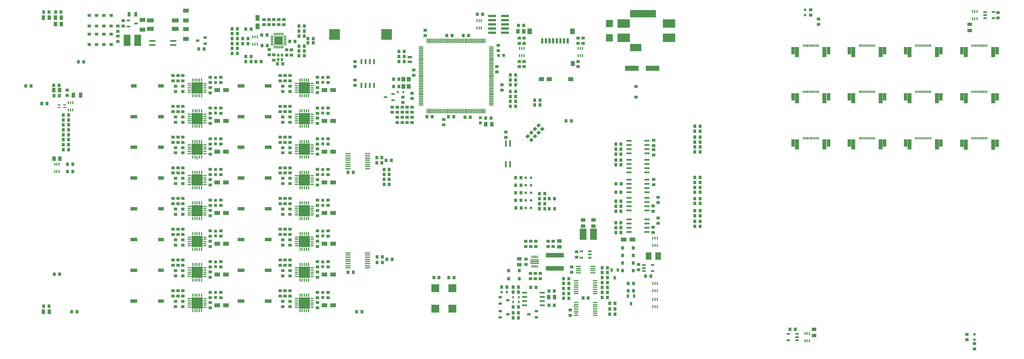
<source format=gtp>
G04*
G04 #@! TF.GenerationSoftware,Altium Limited,Altium Designer,24.8.2 (39)*
G04*
G04 Layer_Color=8421504*
%FSLAX25Y25*%
%MOIN*%
G70*
G04*
G04 #@! TF.SameCoordinates,C1053C66-5238-42FC-9F49-9D65F9AD5EA5*
G04*
G04*
G04 #@! TF.FilePolarity,Positive*
G04*
G01*
G75*
%ADD23R,0.03150X0.03543*%
%ADD24R,0.03347X0.01181*%
%ADD25R,0.01181X0.03347*%
%ADD26R,0.10236X0.10236*%
%ADD27R,0.03543X0.03937*%
%ADD28R,0.04528X0.05512*%
%ADD29R,0.03740X0.03937*%
%ADD30R,0.05315X0.01378*%
%ADD31R,0.01378X0.05315*%
%ADD32R,0.03937X0.03543*%
%ADD33R,0.21654X0.05709*%
%ADD34O,0.01181X0.03347*%
%ADD35O,0.10827X0.01181*%
%ADD36R,0.06102X0.02362*%
%ADD37R,0.05906X0.01772*%
%ADD38R,0.09449X0.02913*%
%ADD39R,0.04331X0.02362*%
%ADD40R,0.09646X0.09252*%
%ADD41R,0.04921X0.07087*%
%ADD42R,0.03740X0.05512*%
%ADD43R,0.03740X0.03740*%
%ADD44R,0.03937X0.03740*%
%ADD45R,0.04134X0.05512*%
%ADD46R,0.04252X0.03622*%
%ADD47R,0.03543X0.01575*%
%ADD48R,0.07284X0.02362*%
%ADD49R,0.08465X0.09055*%
%ADD50R,0.07874X0.04724*%
%ADD51R,0.03150X0.03150*%
%ADD52R,0.04134X0.02362*%
%ADD53R,0.04134X0.02559*%
%ADD54R,0.01575X0.03740*%
%ADD55R,0.05512X0.02953*%
%ADD56R,0.07087X0.04921*%
%ADD57R,0.07087X0.04528*%
%ADD58R,0.12500X0.12500*%
%ADD59R,0.03937X0.05906*%
%ADD60R,0.04528X0.05906*%
%ADD61R,0.05906X0.04528*%
%ADD62R,0.05512X0.06693*%
%ADD63R,0.03150X0.05906*%
%ADD64R,0.03937X0.03740*%
%ADD65R,0.07874X0.13780*%
%ADD66R,0.05512X0.04134*%
%ADD67R,0.05709X0.01772*%
%ADD68R,0.16339X0.06299*%
%ADD69R,0.02362X0.03150*%
%ADD70R,0.03622X0.04252*%
%ADD71R,0.13386X0.09055*%
%ADD72R,0.14961X0.09843*%
%ADD73R,0.31102X0.09055*%
%ADD74R,0.02559X0.04134*%
%ADD75R,0.07087X0.08858*%
%ADD76R,0.03937X0.03347*%
%ADD77R,0.07087X0.04331*%
%ADD78R,0.08465X0.04331*%
%ADD79R,0.13189X0.13189*%
%ADD80O,0.04134X0.01378*%
%ADD81O,0.01378X0.04134*%
%ADD82R,0.02362X0.06299*%
%ADD83R,0.02362X0.07284*%
%ADD84R,0.03150X0.03150*%
%ADD85R,0.04331X0.08661*%
%ADD86R,0.05118X0.12008*%
%ADD87R,0.01181X0.03150*%
G04:AMPARAMS|DCode=88|XSize=35.43mil|YSize=39.37mil|CornerRadius=0mil|HoleSize=0mil|Usage=FLASHONLY|Rotation=135.000|XOffset=0mil|YOffset=0mil|HoleType=Round|Shape=Rectangle|*
%AMROTATEDRECTD88*
4,1,4,0.02645,0.00139,-0.00139,-0.02645,-0.02645,-0.00139,0.00139,0.02645,0.02645,0.00139,0.0*
%
%ADD88ROTATEDRECTD88*%

%ADD89R,0.03740X0.03740*%
%ADD90R,0.03347X0.03937*%
%ADD91R,0.03740X0.03937*%
D23*
X295079Y305512D02*
D03*
Y300000D02*
D03*
X299410Y305512D02*
D03*
Y300000D02*
D03*
D24*
X287520Y317717D02*
D03*
Y319685D02*
D03*
Y321654D02*
D03*
Y323622D02*
D03*
Y325590D02*
D03*
Y327559D02*
D03*
X302874D02*
D03*
Y325590D02*
D03*
Y323622D02*
D03*
Y321654D02*
D03*
Y319685D02*
D03*
Y317717D02*
D03*
D25*
X290276Y330315D02*
D03*
X292244D02*
D03*
X294213Y330315D02*
D03*
X296181D02*
D03*
X298150D02*
D03*
X300118D02*
D03*
Y314961D02*
D03*
X298150D02*
D03*
X296181D02*
D03*
X294213D02*
D03*
X292244D02*
D03*
X290276D02*
D03*
D26*
X295197Y322638D02*
D03*
D27*
X394488Y-197D02*
D03*
X388189D02*
D03*
X48819Y-197D02*
D03*
X55118D02*
D03*
X15669Y6496D02*
D03*
X21969D02*
D03*
X29842Y356693D02*
D03*
X36142D02*
D03*
X567244Y28937D02*
D03*
X560945D02*
D03*
X574724D02*
D03*
X581024D02*
D03*
X689685Y2953D02*
D03*
X695984D02*
D03*
X689685Y-3347D02*
D03*
X695984D02*
D03*
X797165Y128543D02*
D03*
X797165Y134449D02*
D03*
X790866Y214764D02*
D03*
X797165D02*
D03*
X574724Y-1772D02*
D03*
X581024D02*
D03*
X686929Y46260D02*
D03*
X680630D02*
D03*
X686929Y52165D02*
D03*
X680630D02*
D03*
X790866Y113976D02*
D03*
X790866Y119882D02*
D03*
X256221Y297835D02*
D03*
X262520D02*
D03*
X256221Y303740D02*
D03*
X262520D02*
D03*
X258976Y325000D02*
D03*
X252677D02*
D03*
X240079Y307283D02*
D03*
X246378D02*
D03*
X711732Y24606D02*
D03*
X718032D02*
D03*
X240079Y336811D02*
D03*
X246378D02*
D03*
X797165Y113976D02*
D03*
X797165Y119882D02*
D03*
X790866Y220669D02*
D03*
X797165Y153740D02*
D03*
X797165Y159646D02*
D03*
X790866D02*
D03*
X617638Y122441D02*
D03*
X623937D02*
D03*
X605827D02*
D03*
X612126D02*
D03*
X583779Y159252D02*
D03*
X577480D02*
D03*
X583779Y150197D02*
D03*
X577480D02*
D03*
X605827Y134252D02*
D03*
X612126D02*
D03*
X617638D02*
D03*
X623937D02*
D03*
X577480Y141339D02*
D03*
X583779D02*
D03*
X577480Y132283D02*
D03*
X583779D02*
D03*
X577874Y123228D02*
D03*
X584173D02*
D03*
X427087Y169095D02*
D03*
X420787D02*
D03*
X427087Y151378D02*
D03*
X420787D02*
D03*
X427087Y157283D02*
D03*
X420787D02*
D03*
X427087Y163189D02*
D03*
X420787D02*
D03*
X606614Y251772D02*
D03*
X600315D02*
D03*
X606614Y245866D02*
D03*
X600315D02*
D03*
X412126Y176969D02*
D03*
X418425D02*
D03*
X423150Y180118D02*
D03*
X429449D02*
D03*
X412126Y183268D02*
D03*
X418425D02*
D03*
X538110Y354134D02*
D03*
X531811D02*
D03*
X325905Y334055D02*
D03*
X319606D02*
D03*
X336535Y319882D02*
D03*
X330236D02*
D03*
X325905Y315945D02*
D03*
X319606D02*
D03*
X686929Y40354D02*
D03*
X680630D02*
D03*
X571181Y281693D02*
D03*
X577480D02*
D03*
X797165Y141929D02*
D03*
X790866D02*
D03*
X577480Y269882D02*
D03*
X571181D02*
D03*
X246378Y330906D02*
D03*
X240079D02*
D03*
X246378Y325000D02*
D03*
X240079D02*
D03*
X797165Y101378D02*
D03*
X790866D02*
D03*
X418819Y58465D02*
D03*
X412520D02*
D03*
X797165Y207677D02*
D03*
X790866D02*
D03*
X430630Y62008D02*
D03*
X424331D02*
D03*
X34567Y44291D02*
D03*
X28268D02*
D03*
X790866Y128543D02*
D03*
X797165Y201772D02*
D03*
X790866D02*
D03*
X797165Y195866D02*
D03*
X790866D02*
D03*
X644016Y226969D02*
D03*
X637716D02*
D03*
X797165Y107283D02*
D03*
X790866D02*
D03*
X33779Y269488D02*
D03*
X27480D02*
D03*
X790866Y134449D02*
D03*
X797165Y220669D02*
D03*
X790866Y153740D02*
D03*
X797165Y189961D02*
D03*
X790866D02*
D03*
X252677Y319094D02*
D03*
X258976D02*
D03*
X797165Y147835D02*
D03*
X790866D02*
D03*
X418819Y64961D02*
D03*
X412520D02*
D03*
X246378Y313189D02*
D03*
X240079D02*
D03*
X246378Y319094D02*
D03*
X240079D02*
D03*
X281811Y316732D02*
D03*
X275512D02*
D03*
X709Y268701D02*
D03*
X-5591D02*
D03*
X19606Y247835D02*
D03*
X13307D02*
D03*
X640866Y33268D02*
D03*
X634567D02*
D03*
X640866Y15551D02*
D03*
X634567D02*
D03*
X581024Y-7677D02*
D03*
X574724D02*
D03*
X581024Y5315D02*
D03*
X574724D02*
D03*
X686929Y22638D02*
D03*
X680630D02*
D03*
X686929Y16732D02*
D03*
X680630D02*
D03*
X640866Y21457D02*
D03*
X634567D02*
D03*
X640866Y39173D02*
D03*
X634567D02*
D03*
X686929Y34449D02*
D03*
X680630D02*
D03*
X623543Y24213D02*
D03*
X617244D02*
D03*
X686929Y28543D02*
D03*
X680630D02*
D03*
X640866Y27362D02*
D03*
X634567D02*
D03*
X718032Y33268D02*
D03*
X711732D02*
D03*
X695984Y9646D02*
D03*
X689685D02*
D03*
X206614Y312795D02*
D03*
X200315D02*
D03*
X325905Y339961D02*
D03*
X319606D02*
D03*
X319606Y304823D02*
D03*
X325905D02*
D03*
X577480Y244291D02*
D03*
X571181D02*
D03*
X577480Y250197D02*
D03*
X571181D02*
D03*
X325905Y328150D02*
D03*
X319606D02*
D03*
X274724Y297835D02*
D03*
X268425D02*
D03*
X50315Y166732D02*
D03*
X44016D02*
D03*
X45197Y198622D02*
D03*
X38898D02*
D03*
X325905Y310433D02*
D03*
X319606D02*
D03*
X336535Y325000D02*
D03*
X330236D02*
D03*
X45197Y204528D02*
D03*
X38898D02*
D03*
X45197Y234055D02*
D03*
X38898D02*
D03*
X45197Y216339D02*
D03*
X38898D02*
D03*
X45197Y210433D02*
D03*
X38898D02*
D03*
X45197Y222244D02*
D03*
X38898D02*
D03*
X45197Y228150D02*
D03*
X38898D02*
D03*
X45197Y192717D02*
D03*
X38898D02*
D03*
X703071Y105709D02*
D03*
X696772D02*
D03*
X703071Y99803D02*
D03*
X696772D02*
D03*
X21969Y356693D02*
D03*
X15669D02*
D03*
X703071Y125394D02*
D03*
X696772D02*
D03*
X703071Y174606D02*
D03*
X696772D02*
D03*
X703071Y193504D02*
D03*
X696772D02*
D03*
X703071Y131299D02*
D03*
X696772D02*
D03*
X703071Y199409D02*
D03*
X696772D02*
D03*
X703209Y151909D02*
D03*
X696909D02*
D03*
X486437Y40256D02*
D03*
X480138D02*
D03*
X577480Y262008D02*
D03*
X571181D02*
D03*
X577480Y256102D02*
D03*
X571181D02*
D03*
X50315Y175394D02*
D03*
X44016D02*
D03*
D28*
X444016Y276575D02*
D03*
Y267913D02*
D03*
X450315D02*
D03*
Y276575D02*
D03*
D29*
X438504Y267913D02*
D03*
X432205D02*
D03*
X732205Y41929D02*
D03*
X738504D02*
D03*
X574724Y23031D02*
D03*
X581024D02*
D03*
X256221Y336417D02*
D03*
X262520D02*
D03*
X904252Y-21457D02*
D03*
X910551D02*
D03*
X438504Y276575D02*
D03*
X432205D02*
D03*
X300315Y295079D02*
D03*
X294016D02*
D03*
X612126Y128347D02*
D03*
X605827D02*
D03*
X612126Y140354D02*
D03*
X605827D02*
D03*
X384173Y46654D02*
D03*
X377874D02*
D03*
X664094Y15945D02*
D03*
X657795D02*
D03*
X623543Y7283D02*
D03*
X617244D02*
D03*
X63209Y297441D02*
D03*
X56909D02*
D03*
X595590Y28543D02*
D03*
X601890D02*
D03*
X444803Y303740D02*
D03*
X438504D02*
D03*
X471969Y232087D02*
D03*
X478268D02*
D03*
X444803Y297835D02*
D03*
X438504D02*
D03*
X587323Y340748D02*
D03*
X581024D02*
D03*
X703071Y119488D02*
D03*
X696772D02*
D03*
X703071Y141929D02*
D03*
X696772D02*
D03*
X703071Y180512D02*
D03*
X696772D02*
D03*
X703071Y187205D02*
D03*
X696772D02*
D03*
X314784Y321654D02*
D03*
X308484D02*
D03*
X438504Y309646D02*
D03*
X444803D02*
D03*
X548347Y230512D02*
D03*
X542047D02*
D03*
X517244Y231299D02*
D03*
X523543D02*
D03*
X275413Y329331D02*
D03*
X281713D02*
D03*
X703071Y93898D02*
D03*
X696772D02*
D03*
X521575Y328543D02*
D03*
X515276D02*
D03*
X501890D02*
D03*
X495590D02*
D03*
X497559Y232087D02*
D03*
X503858D02*
D03*
X384173Y165551D02*
D03*
X377874D02*
D03*
D30*
X464783Y314961D02*
D03*
Y312992D02*
D03*
Y311024D02*
D03*
Y309055D02*
D03*
Y307087D02*
D03*
Y305118D02*
D03*
Y303150D02*
D03*
Y301181D02*
D03*
Y299213D02*
D03*
Y297244D02*
D03*
Y295276D02*
D03*
Y293307D02*
D03*
Y291339D02*
D03*
Y289370D02*
D03*
Y287402D02*
D03*
Y285433D02*
D03*
Y283465D02*
D03*
Y281496D02*
D03*
Y279528D02*
D03*
Y277559D02*
D03*
Y275591D02*
D03*
Y273622D02*
D03*
Y271654D02*
D03*
Y269685D02*
D03*
Y267717D02*
D03*
Y265748D02*
D03*
Y263779D02*
D03*
Y261811D02*
D03*
Y259842D02*
D03*
Y257874D02*
D03*
Y255906D02*
D03*
Y253937D02*
D03*
Y251969D02*
D03*
Y250000D02*
D03*
Y248031D02*
D03*
Y246063D02*
D03*
X548445D02*
D03*
Y248031D02*
D03*
Y250000D02*
D03*
Y251969D02*
D03*
Y253937D02*
D03*
Y255906D02*
D03*
Y257874D02*
D03*
Y259842D02*
D03*
Y261811D02*
D03*
Y263779D02*
D03*
Y265748D02*
D03*
Y267717D02*
D03*
Y269685D02*
D03*
Y271654D02*
D03*
Y273622D02*
D03*
Y275591D02*
D03*
Y277559D02*
D03*
Y279528D02*
D03*
Y281496D02*
D03*
Y283465D02*
D03*
Y285433D02*
D03*
Y287402D02*
D03*
Y289370D02*
D03*
Y291339D02*
D03*
Y293307D02*
D03*
Y295276D02*
D03*
Y297244D02*
D03*
Y299213D02*
D03*
Y301181D02*
D03*
Y303150D02*
D03*
Y305118D02*
D03*
Y307087D02*
D03*
Y309055D02*
D03*
Y311024D02*
D03*
Y312992D02*
D03*
Y314961D02*
D03*
D31*
X472165Y238681D02*
D03*
X474134D02*
D03*
X476102D02*
D03*
X478071D02*
D03*
X480039D02*
D03*
X482008D02*
D03*
X483976D02*
D03*
X485945D02*
D03*
X487913D02*
D03*
X489882D02*
D03*
X491850D02*
D03*
X493819D02*
D03*
X495787D02*
D03*
X497756D02*
D03*
X499724D02*
D03*
X501693D02*
D03*
X503661D02*
D03*
X505630D02*
D03*
X507598D02*
D03*
X509567D02*
D03*
X511535D02*
D03*
X513504D02*
D03*
X515472D02*
D03*
X517441D02*
D03*
X519409D02*
D03*
X521378D02*
D03*
X523346D02*
D03*
X525315D02*
D03*
X527283D02*
D03*
X529252D02*
D03*
X531220D02*
D03*
X533189D02*
D03*
X535157D02*
D03*
X537126D02*
D03*
X539094D02*
D03*
X541063D02*
D03*
Y322342D02*
D03*
X539094D02*
D03*
X537126D02*
D03*
X535157D02*
D03*
X533189D02*
D03*
X531220D02*
D03*
X529252D02*
D03*
X527283D02*
D03*
X525315D02*
D03*
X523346D02*
D03*
X521378D02*
D03*
X519409D02*
D03*
X517441D02*
D03*
X515472D02*
D03*
X513504D02*
D03*
X511535D02*
D03*
X509567D02*
D03*
X507598D02*
D03*
X505630D02*
D03*
X503661D02*
D03*
X501693D02*
D03*
X499724D02*
D03*
X497756D02*
D03*
X495787D02*
D03*
X493819D02*
D03*
X491850D02*
D03*
X489882D02*
D03*
X487913D02*
D03*
X485945D02*
D03*
X483976D02*
D03*
X482008D02*
D03*
X480039D02*
D03*
X478071D02*
D03*
X476102D02*
D03*
X474134D02*
D03*
X472165D02*
D03*
D32*
X601496Y77363D02*
D03*
Y83662D02*
D03*
X436535Y225000D02*
D03*
Y231299D02*
D03*
X181417Y164862D02*
D03*
Y171161D02*
D03*
X172756Y152264D02*
D03*
Y158563D02*
D03*
X742047Y157283D02*
D03*
Y150984D02*
D03*
Y186417D02*
D03*
Y192717D02*
D03*
X103858Y321850D02*
D03*
Y328150D02*
D03*
X651890Y297835D02*
D03*
Y291535D02*
D03*
X747165Y136024D02*
D03*
Y129724D02*
D03*
Y104921D02*
D03*
Y111221D02*
D03*
X741260Y93898D02*
D03*
Y100197D02*
D03*
Y119488D02*
D03*
Y125787D02*
D03*
X1123937Y-38386D02*
D03*
Y-44685D02*
D03*
X1114782Y-33660D02*
D03*
Y-27361D02*
D03*
X938209Y341929D02*
D03*
Y348228D02*
D03*
X929053Y359253D02*
D03*
Y352954D02*
D03*
X566063Y213583D02*
D03*
Y207283D02*
D03*
X581811Y297835D02*
D03*
Y291535D02*
D03*
X587716D02*
D03*
Y297835D02*
D03*
X651890Y325787D02*
D03*
Y319488D02*
D03*
X657795Y325787D02*
D03*
Y319488D02*
D03*
X587716Y325787D02*
D03*
Y319488D02*
D03*
X581811Y325787D02*
D03*
Y319488D02*
D03*
X386142Y275787D02*
D03*
Y269488D02*
D03*
X181417Y244390D02*
D03*
Y238090D02*
D03*
Y207776D02*
D03*
Y201476D02*
D03*
X303071Y281004D02*
D03*
Y274705D02*
D03*
X308976Y244390D02*
D03*
Y238091D02*
D03*
X172756Y195177D02*
D03*
Y188878D02*
D03*
X303071Y207776D02*
D03*
Y201476D02*
D03*
X300315Y231791D02*
D03*
Y225492D02*
D03*
X172756Y231791D02*
D03*
Y225492D02*
D03*
X181417Y24705D02*
D03*
Y18406D02*
D03*
Y280906D02*
D03*
Y274606D02*
D03*
X308976Y171161D02*
D03*
Y164862D02*
D03*
X303071Y171161D02*
D03*
Y164862D02*
D03*
X308976Y281004D02*
D03*
Y274705D02*
D03*
X172756Y268307D02*
D03*
Y262008D02*
D03*
X300315Y195177D02*
D03*
Y188878D02*
D03*
X172756Y12106D02*
D03*
Y5807D02*
D03*
X303071Y244390D02*
D03*
Y238091D02*
D03*
X175512Y207776D02*
D03*
Y201476D02*
D03*
X300315Y158563D02*
D03*
Y152264D02*
D03*
X595591Y83662D02*
D03*
Y77363D02*
D03*
X175512Y280906D02*
D03*
Y274606D02*
D03*
X175512Y244390D02*
D03*
Y238090D02*
D03*
X443228Y255315D02*
D03*
Y249016D02*
D03*
X300315Y268406D02*
D03*
Y262106D02*
D03*
X308976Y207776D02*
D03*
Y201476D02*
D03*
X295590Y347835D02*
D03*
Y341535D02*
D03*
X589685Y83661D02*
D03*
Y77362D02*
D03*
X742047Y204134D02*
D03*
Y197835D02*
D03*
X175512Y61319D02*
D03*
Y55020D02*
D03*
X181417Y61319D02*
D03*
Y55020D02*
D03*
X172756Y48720D02*
D03*
Y42421D02*
D03*
X175512Y97933D02*
D03*
Y91634D02*
D03*
X181417Y97933D02*
D03*
Y91634D02*
D03*
X172756Y85335D02*
D03*
Y79035D02*
D03*
X175512Y134547D02*
D03*
Y128248D02*
D03*
X607008Y45473D02*
D03*
Y39173D02*
D03*
X595197Y45472D02*
D03*
Y39173D02*
D03*
X175512Y171161D02*
D03*
Y164862D02*
D03*
X110157Y346261D02*
D03*
Y339962D02*
D03*
X303071Y134547D02*
D03*
Y128248D02*
D03*
X300315Y121949D02*
D03*
Y115650D02*
D03*
X308976Y134547D02*
D03*
Y128248D02*
D03*
Y97933D02*
D03*
Y91634D02*
D03*
X300315Y85335D02*
D03*
Y79035D02*
D03*
X303071Y97933D02*
D03*
Y91634D02*
D03*
X172756Y121949D02*
D03*
Y115650D02*
D03*
X181417Y134547D02*
D03*
Y128248D02*
D03*
X301496Y347835D02*
D03*
Y341535D02*
D03*
X492047Y228543D02*
D03*
Y222244D02*
D03*
X175512Y24705D02*
D03*
Y18406D02*
D03*
X300315Y48720D02*
D03*
Y42421D02*
D03*
X308976Y61319D02*
D03*
Y55020D02*
D03*
Y24705D02*
D03*
Y18406D02*
D03*
X300315Y12106D02*
D03*
Y5807D02*
D03*
X303071Y24705D02*
D03*
Y18406D02*
D03*
Y61319D02*
D03*
Y55020D02*
D03*
X289685Y347835D02*
D03*
Y341535D02*
D03*
D33*
X624331Y67126D02*
D03*
Y51378D02*
D03*
D34*
X603268Y64961D02*
D03*
X601299D02*
D03*
X603268Y53544D02*
D03*
X601299D02*
D03*
X599331Y64961D02*
D03*
X597362D02*
D03*
X599331Y53544D02*
D03*
X597362D02*
D03*
D35*
X600315Y61221D02*
D03*
Y57284D02*
D03*
Y59252D02*
D03*
D36*
X712520Y94665D02*
D03*
Y99665D02*
D03*
Y109665D02*
D03*
Y104665D02*
D03*
X733779Y99665D02*
D03*
Y94665D02*
D03*
Y109665D02*
D03*
Y104665D02*
D03*
Y130256D02*
D03*
Y135256D02*
D03*
Y120256D02*
D03*
Y125256D02*
D03*
X712520Y130256D02*
D03*
Y135256D02*
D03*
Y125256D02*
D03*
Y120256D02*
D03*
X733779Y151909D02*
D03*
Y156909D02*
D03*
Y141909D02*
D03*
Y146909D02*
D03*
X712520Y141909D02*
D03*
Y151909D02*
D03*
Y156909D02*
D03*
Y146909D02*
D03*
X733779Y180532D02*
D03*
Y170531D02*
D03*
Y175531D02*
D03*
Y165532D02*
D03*
X712520Y170531D02*
D03*
Y180532D02*
D03*
Y175531D02*
D03*
Y165532D02*
D03*
X733779Y198366D02*
D03*
Y203366D02*
D03*
Y188366D02*
D03*
Y193366D02*
D03*
X712520Y198366D02*
D03*
Y203366D02*
D03*
Y193366D02*
D03*
Y188366D02*
D03*
X609370Y7264D02*
D03*
Y12264D02*
D03*
Y17264D02*
D03*
Y22264D02*
D03*
X588110Y7264D02*
D03*
Y12264D02*
D03*
Y17264D02*
D03*
Y22264D02*
D03*
D37*
X401201Y51870D02*
D03*
Y54429D02*
D03*
Y56988D02*
D03*
Y59547D02*
D03*
Y62106D02*
D03*
Y64665D02*
D03*
Y67224D02*
D03*
Y69784D02*
D03*
X377972D02*
D03*
Y67224D02*
D03*
Y64665D02*
D03*
Y62106D02*
D03*
Y59547D02*
D03*
Y56988D02*
D03*
Y54429D02*
D03*
Y51870D02*
D03*
X652283Y48524D02*
D03*
Y45965D02*
D03*
Y53642D02*
D03*
Y51083D02*
D03*
X669606Y45965D02*
D03*
Y53642D02*
D03*
Y48524D02*
D03*
Y51083D02*
D03*
X378071Y169980D02*
D03*
Y172539D02*
D03*
Y175098D02*
D03*
Y177657D02*
D03*
Y180217D02*
D03*
Y182776D02*
D03*
Y185335D02*
D03*
Y187894D02*
D03*
X401299D02*
D03*
Y185335D02*
D03*
Y182776D02*
D03*
Y180217D02*
D03*
Y177657D02*
D03*
Y175098D02*
D03*
Y172539D02*
D03*
Y169980D02*
D03*
D38*
X549724Y331929D02*
D03*
Y336929D02*
D03*
Y341929D02*
D03*
Y346929D02*
D03*
Y351929D02*
D03*
X565079Y331929D02*
D03*
Y336929D02*
D03*
Y341929D02*
D03*
Y346929D02*
D03*
Y351929D02*
D03*
D39*
X655827Y64173D02*
D03*
Y71653D02*
D03*
X666063Y64173D02*
D03*
Y71653D02*
D03*
Y67913D02*
D03*
X730236Y51772D02*
D03*
Y48031D02*
D03*
Y55512D02*
D03*
X740472Y48031D02*
D03*
Y55512D02*
D03*
X902283Y-34252D02*
D03*
Y-26772D02*
D03*
X912520D02*
D03*
Y-30512D02*
D03*
Y-34252D02*
D03*
X1146770Y356694D02*
D03*
Y349214D02*
D03*
X1136534D02*
D03*
Y352954D02*
D03*
Y356694D02*
D03*
D40*
X502283Y3347D02*
D03*
Y27756D02*
D03*
X481811D02*
D03*
Y3347D02*
D03*
D41*
X270394Y339567D02*
D03*
Y349803D02*
D03*
D42*
X117244Y354134D02*
D03*
X125118D02*
D03*
D43*
X535748Y224803D02*
D03*
Y230709D02*
D03*
X220394Y163091D02*
D03*
Y168996D02*
D03*
Y132382D02*
D03*
Y126476D02*
D03*
Y205610D02*
D03*
Y199705D02*
D03*
X347953Y205610D02*
D03*
Y199705D02*
D03*
X220394Y242224D02*
D03*
Y236319D02*
D03*
X347953Y242224D02*
D03*
Y236319D02*
D03*
X220394Y278740D02*
D03*
Y272835D02*
D03*
Y22539D02*
D03*
Y16634D02*
D03*
X347953Y132382D02*
D03*
Y126476D02*
D03*
Y59153D02*
D03*
Y53248D02*
D03*
X347953Y168996D02*
D03*
Y163091D02*
D03*
X347953Y22539D02*
D03*
Y16634D02*
D03*
Y278839D02*
D03*
Y272933D02*
D03*
Y95768D02*
D03*
Y89862D02*
D03*
X220394Y95768D02*
D03*
Y89862D02*
D03*
X220394Y59153D02*
D03*
Y53248D02*
D03*
D44*
X310551Y305315D02*
D03*
Y311614D02*
D03*
X1151890Y356102D02*
D03*
Y349803D02*
D03*
X642441Y-4528D02*
D03*
Y1772D02*
D03*
X723937Y56102D02*
D03*
Y49803D02*
D03*
X454252Y225000D02*
D03*
Y231299D02*
D03*
Y237205D02*
D03*
Y243504D02*
D03*
X448347Y225000D02*
D03*
Y231299D02*
D03*
Y237205D02*
D03*
Y243504D02*
D03*
X430630D02*
D03*
Y237205D02*
D03*
X436535Y243504D02*
D03*
Y237205D02*
D03*
X289685Y299409D02*
D03*
Y305709D02*
D03*
X386142Y291535D02*
D03*
Y297835D02*
D03*
X277874Y347835D02*
D03*
Y341535D02*
D03*
X181417Y85335D02*
D03*
Y79035D02*
D03*
X181417Y48720D02*
D03*
Y42421D02*
D03*
Y121949D02*
D03*
Y115650D02*
D03*
X284173Y312008D02*
D03*
Y305709D02*
D03*
X214094Y95965D02*
D03*
Y89665D02*
D03*
Y83760D02*
D03*
Y77461D02*
D03*
X214094Y47146D02*
D03*
Y40846D02*
D03*
Y59350D02*
D03*
Y53051D02*
D03*
X181417Y195177D02*
D03*
Y188878D02*
D03*
X214094Y193602D02*
D03*
Y187303D02*
D03*
X308976Y195177D02*
D03*
Y188878D02*
D03*
X341653Y95965D02*
D03*
Y89665D02*
D03*
Y193602D02*
D03*
Y187303D02*
D03*
Y120374D02*
D03*
Y114075D02*
D03*
Y132579D02*
D03*
Y126279D02*
D03*
X214094Y132579D02*
D03*
Y126279D02*
D03*
X341653Y83760D02*
D03*
Y77461D02*
D03*
X308976Y121949D02*
D03*
Y115650D02*
D03*
X341653Y156988D02*
D03*
Y150689D02*
D03*
X308976Y158563D02*
D03*
Y152264D02*
D03*
X308976Y85335D02*
D03*
Y79035D02*
D03*
X214094Y120374D02*
D03*
Y114075D02*
D03*
X590079Y62402D02*
D03*
Y56103D02*
D03*
X622231Y83661D02*
D03*
Y77362D02*
D03*
X616325Y83661D02*
D03*
Y77362D02*
D03*
X601103Y45473D02*
D03*
Y39173D02*
D03*
X214094Y156988D02*
D03*
Y150689D02*
D03*
Y169193D02*
D03*
Y162894D02*
D03*
X181417Y158563D02*
D03*
Y152264D02*
D03*
X470098Y334941D02*
D03*
Y328642D02*
D03*
X181417Y231791D02*
D03*
Y225492D02*
D03*
X308976Y231791D02*
D03*
Y225492D02*
D03*
X341653Y205807D02*
D03*
Y199508D02*
D03*
Y279035D02*
D03*
Y272736D02*
D03*
X308976Y268406D02*
D03*
Y262106D02*
D03*
X214094Y205807D02*
D03*
Y199508D02*
D03*
Y242421D02*
D03*
Y236122D02*
D03*
X181417Y268307D02*
D03*
Y262008D02*
D03*
X214094Y278937D02*
D03*
Y272638D02*
D03*
X341653Y242421D02*
D03*
Y236122D02*
D03*
X341653Y266831D02*
D03*
Y260531D02*
D03*
X214094Y266732D02*
D03*
Y260433D02*
D03*
X341653Y169193D02*
D03*
Y162894D02*
D03*
Y230217D02*
D03*
Y223917D02*
D03*
X214094Y230217D02*
D03*
Y223917D02*
D03*
X456220Y287598D02*
D03*
Y281299D02*
D03*
X650315Y71063D02*
D03*
Y64764D02*
D03*
X305039Y311614D02*
D03*
Y305315D02*
D03*
X341653Y47146D02*
D03*
Y40846D02*
D03*
X644409Y52953D02*
D03*
Y46654D02*
D03*
X561339Y269882D02*
D03*
Y263583D02*
D03*
X308976Y48720D02*
D03*
Y42421D02*
D03*
X341653Y10531D02*
D03*
Y4232D02*
D03*
X555433Y291535D02*
D03*
Y285236D02*
D03*
X214094Y22736D02*
D03*
Y16437D02*
D03*
X181417Y12106D02*
D03*
Y5807D02*
D03*
X341653Y22736D02*
D03*
Y16437D02*
D03*
Y59350D02*
D03*
Y53051D02*
D03*
X214094Y10531D02*
D03*
Y4232D02*
D03*
X308976Y12106D02*
D03*
Y5807D02*
D03*
X557008Y317126D02*
D03*
Y310827D02*
D03*
X454252Y260039D02*
D03*
Y253740D02*
D03*
X43622Y263583D02*
D03*
Y257283D02*
D03*
D45*
X36535Y342520D02*
D03*
X29449D02*
D03*
X22362Y-197D02*
D03*
X15276D02*
D03*
X549134Y223031D02*
D03*
X542047D02*
D03*
X34961Y182087D02*
D03*
X27874D02*
D03*
X623937Y17126D02*
D03*
X616850D02*
D03*
X587323Y333661D02*
D03*
X580236D02*
D03*
X29449Y350000D02*
D03*
X36535D02*
D03*
X15276D02*
D03*
X22362D02*
D03*
X34567Y263583D02*
D03*
X27480D02*
D03*
D46*
X87323Y317915D02*
D03*
Y330513D02*
D03*
X95984D02*
D03*
Y317915D02*
D03*
X78661Y330513D02*
D03*
Y317915D02*
D03*
X70000D02*
D03*
Y330513D02*
D03*
X70000Y339961D02*
D03*
Y352559D02*
D03*
X95984Y339962D02*
D03*
Y352560D02*
D03*
X87323Y339962D02*
D03*
Y352560D02*
D03*
X78661Y339962D02*
D03*
Y352560D02*
D03*
X720787Y255315D02*
D03*
Y267913D02*
D03*
D47*
X40669Y242913D02*
D03*
Y246063D02*
D03*
X33976D02*
D03*
Y242913D02*
D03*
D48*
X169803Y322382D02*
D03*
Y317382D02*
D03*
X145000Y322382D02*
D03*
Y317382D02*
D03*
D49*
X689193Y342913D02*
D03*
Y325984D02*
D03*
D50*
X172165Y336537D02*
D03*
X142638D02*
D03*
X172165Y346537D02*
D03*
X142638D02*
D03*
D51*
X567343Y23031D02*
D03*
X560847D02*
D03*
X596083Y132283D02*
D03*
X589587D02*
D03*
Y123228D02*
D03*
X596083D02*
D03*
Y159252D02*
D03*
X589587D02*
D03*
Y150394D02*
D03*
X596083D02*
D03*
X589587Y141339D02*
D03*
X596083D02*
D03*
D52*
X125709Y343112D02*
D03*
X116654Y346852D02*
D03*
Y339372D02*
D03*
X431614Y251575D02*
D03*
Y259055D02*
D03*
X422559Y255315D02*
D03*
D53*
X207992Y318898D02*
D03*
Y326378D02*
D03*
X198937Y322638D02*
D03*
X593130Y-3347D02*
D03*
X602185Y394D02*
D03*
Y-7087D02*
D03*
X568228Y-3347D02*
D03*
X559173Y-7087D02*
D03*
Y394D02*
D03*
Y16929D02*
D03*
Y9449D02*
D03*
X568228Y13189D02*
D03*
D54*
X28858Y166732D02*
D03*
X31417D02*
D03*
X28858Y175394D02*
D03*
X31417D02*
D03*
X33976Y166732D02*
D03*
Y175394D02*
D03*
X264685Y318307D02*
D03*
X267244D02*
D03*
X269803D02*
D03*
X267244Y326969D02*
D03*
X269803D02*
D03*
X264685D02*
D03*
X922165Y-34843D02*
D03*
X924724D02*
D03*
X927283D02*
D03*
Y-26181D02*
D03*
X924724D02*
D03*
X922165D02*
D03*
X652087Y304528D02*
D03*
X654646D02*
D03*
X657205D02*
D03*
Y313189D02*
D03*
X654646D02*
D03*
X652087D02*
D03*
X1126888Y348623D02*
D03*
X1124329D02*
D03*
X1121770D02*
D03*
Y357285D02*
D03*
X1124329D02*
D03*
X1126888D02*
D03*
X50118Y248819D02*
D03*
X47559Y248819D02*
D03*
X45000Y248819D02*
D03*
X50118Y240158D02*
D03*
X47559Y240158D02*
D03*
X45000Y240158D02*
D03*
X587520Y304528D02*
D03*
X584961D02*
D03*
X582402D02*
D03*
Y313189D02*
D03*
X584961D02*
D03*
X587520D02*
D03*
X746181Y14370D02*
D03*
Y5709D02*
D03*
X743622Y14370D02*
D03*
X741063D02*
D03*
X743622Y5709D02*
D03*
X741063D02*
D03*
X746181Y33268D02*
D03*
X743622D02*
D03*
X741063D02*
D03*
X746181Y24606D02*
D03*
X743622D02*
D03*
X741063D02*
D03*
X746181Y87205D02*
D03*
Y78543D02*
D03*
X743622Y87205D02*
D03*
X741063D02*
D03*
X743622Y78543D02*
D03*
X741063D02*
D03*
X536732Y346260D02*
D03*
X534173D02*
D03*
X531614D02*
D03*
X536732Y337598D02*
D03*
X534173D02*
D03*
X531614D02*
D03*
D55*
X451496Y297342D02*
D03*
Y303051D02*
D03*
D56*
X706220Y85630D02*
D03*
X716457D02*
D03*
X232598Y153839D02*
D03*
X222362D02*
D03*
X232598Y263583D02*
D03*
X222362D02*
D03*
X222402Y80610D02*
D03*
X232638D02*
D03*
X222362Y43996D02*
D03*
X232598D02*
D03*
X222362Y190453D02*
D03*
X232598D02*
D03*
X349921Y117224D02*
D03*
X360157D02*
D03*
X349921Y80610D02*
D03*
X360157D02*
D03*
X349921Y153839D02*
D03*
X360157D02*
D03*
X222362Y117224D02*
D03*
X232598D02*
D03*
X222362Y227067D02*
D03*
X232598D02*
D03*
X349921Y190453D02*
D03*
X360157D02*
D03*
X349921Y227067D02*
D03*
X360157D02*
D03*
X349921Y263681D02*
D03*
X360157D02*
D03*
X222362Y7382D02*
D03*
X232598D02*
D03*
X349921Y43996D02*
D03*
X360157D02*
D03*
X349921Y7382D02*
D03*
X360157D02*
D03*
D57*
X133386Y335631D02*
D03*
Y347442D02*
D03*
X184961Y324608D02*
D03*
Y336419D02*
D03*
X184961Y358465D02*
D03*
Y346654D02*
D03*
D58*
X423829Y330118D02*
D03*
X361841D02*
D03*
D59*
X50807Y257677D02*
D03*
X59469D02*
D03*
D60*
X645689Y295276D02*
D03*
D61*
X643425Y276673D02*
D03*
X617441D02*
D03*
X608386D02*
D03*
D62*
X645197Y333661D02*
D03*
X594410D02*
D03*
D63*
X639488Y322244D02*
D03*
X635157D02*
D03*
X630827D02*
D03*
X626496D02*
D03*
X622165D02*
D03*
X617835D02*
D03*
X613504D02*
D03*
X609173D02*
D03*
D64*
X442441Y243504D02*
D03*
Y237205D02*
D03*
X226693Y169193D02*
D03*
Y162894D02*
D03*
X442441Y225000D02*
D03*
Y231299D02*
D03*
X354252Y279035D02*
D03*
Y272736D02*
D03*
X283780Y347835D02*
D03*
Y341535D02*
D03*
X226693Y278937D02*
D03*
Y272638D02*
D03*
X226693Y242421D02*
D03*
Y236122D02*
D03*
X226693Y16437D02*
D03*
Y22736D02*
D03*
X354252Y16437D02*
D03*
Y22736D02*
D03*
X226693Y53051D02*
D03*
Y59350D02*
D03*
X354252Y53051D02*
D03*
Y59350D02*
D03*
X226693Y89665D02*
D03*
Y95965D02*
D03*
X354252Y89665D02*
D03*
Y95965D02*
D03*
X226693Y126279D02*
D03*
Y132579D02*
D03*
X354252Y126279D02*
D03*
Y132579D02*
D03*
X354252Y162894D02*
D03*
Y169193D02*
D03*
X226693Y199508D02*
D03*
Y205807D02*
D03*
X354252Y199508D02*
D03*
Y205807D02*
D03*
X354252Y236122D02*
D03*
Y242421D02*
D03*
D65*
X670394Y91929D02*
D03*
X657795D02*
D03*
X114882Y323033D02*
D03*
X127480D02*
D03*
D66*
X657795Y108858D02*
D03*
Y101772D02*
D03*
X932992Y-28543D02*
D03*
Y-21457D02*
D03*
X1118425Y341929D02*
D03*
Y334842D02*
D03*
X670394Y108858D02*
D03*
Y101772D02*
D03*
X629449Y76968D02*
D03*
Y84055D02*
D03*
X581811Y55709D02*
D03*
Y62796D02*
D03*
D67*
X649528Y21260D02*
D03*
Y31496D02*
D03*
Y28937D02*
D03*
Y36614D02*
D03*
Y34055D02*
D03*
Y26378D02*
D03*
Y23819D02*
D03*
X672362Y21260D02*
D03*
Y36614D02*
D03*
Y26378D02*
D03*
Y23819D02*
D03*
Y34055D02*
D03*
Y28937D02*
D03*
Y31496D02*
D03*
Y5610D02*
D03*
Y3051D02*
D03*
Y8169D02*
D03*
Y-2067D02*
D03*
Y492D02*
D03*
Y10728D02*
D03*
Y-4626D02*
D03*
X649528Y-2067D02*
D03*
Y492D02*
D03*
Y8169D02*
D03*
Y10728D02*
D03*
Y3051D02*
D03*
Y5610D02*
D03*
Y-4626D02*
D03*
D68*
X740669Y289567D02*
D03*
X715866D02*
D03*
D69*
X581220Y11220D02*
D03*
X574528D02*
D03*
Y17126D02*
D03*
X581220D02*
D03*
X437126Y261221D02*
D03*
X443819D02*
D03*
D70*
X717638Y48622D02*
D03*
X705039D02*
D03*
X717638Y66732D02*
D03*
X705039D02*
D03*
Y57677D02*
D03*
X717638D02*
D03*
X705039Y75787D02*
D03*
X717638D02*
D03*
X581811Y39173D02*
D03*
X569213D02*
D03*
Y48622D02*
D03*
X581811D02*
D03*
D71*
X720492Y314370D02*
D03*
D72*
X706319Y326181D02*
D03*
Y343111D02*
D03*
X760256Y326181D02*
D03*
Y343111D02*
D03*
D73*
X729351Y354528D02*
D03*
D74*
X714882Y9449D02*
D03*
X711142Y18504D02*
D03*
X718622D02*
D03*
X699331Y49213D02*
D03*
X691850D02*
D03*
X695590Y40157D02*
D03*
D75*
X735945Y65945D02*
D03*
X747362D02*
D03*
D76*
X169606Y164862D02*
D03*
Y171161D02*
D03*
X297165D02*
D03*
Y164862D02*
D03*
X169606Y244390D02*
D03*
Y238090D02*
D03*
X297165Y207776D02*
D03*
Y201476D02*
D03*
X169606Y207776D02*
D03*
Y201476D02*
D03*
X297165Y281004D02*
D03*
Y274705D02*
D03*
X297165Y244390D02*
D03*
Y238091D02*
D03*
X169606Y280906D02*
D03*
Y274606D02*
D03*
X169606Y61319D02*
D03*
Y55020D02*
D03*
X169606Y97933D02*
D03*
Y91634D02*
D03*
X297165Y97933D02*
D03*
Y91634D02*
D03*
X169606Y134547D02*
D03*
Y128248D02*
D03*
X297165Y134547D02*
D03*
Y128248D02*
D03*
X169606Y24705D02*
D03*
Y18406D02*
D03*
X297165Y24705D02*
D03*
Y18406D02*
D03*
Y61319D02*
D03*
Y55020D02*
D03*
X103858Y339962D02*
D03*
Y333663D02*
D03*
D77*
X155433Y158957D02*
D03*
X155433Y268701D02*
D03*
X122953D02*
D03*
X155433Y232185D02*
D03*
Y195571D02*
D03*
Y122342D02*
D03*
Y85728D02*
D03*
Y49114D02*
D03*
Y12500D02*
D03*
D78*
X122953Y158957D02*
D03*
X250512Y268799D02*
D03*
X282992D02*
D03*
X122953Y232185D02*
D03*
X250512Y232185D02*
D03*
X282992D02*
D03*
X250512Y195571D02*
D03*
X282992D02*
D03*
X122953D02*
D03*
X250512Y158957D02*
D03*
X282992D02*
D03*
X250512Y122342D02*
D03*
X282992D02*
D03*
X122953D02*
D03*
X250512Y85728D02*
D03*
X282992D02*
D03*
X122953Y85728D02*
D03*
X250512Y49114D02*
D03*
X282992D02*
D03*
X122953D02*
D03*
X250512Y12500D02*
D03*
X282992D02*
D03*
X122953D02*
D03*
D79*
X325905Y266437D02*
D03*
Y193209D02*
D03*
X198346Y266339D02*
D03*
X198346Y229823D02*
D03*
X198346Y10138D02*
D03*
X325905Y46752D02*
D03*
X198346D02*
D03*
X325905Y10138D02*
D03*
X198346Y83366D02*
D03*
X325905Y229823D02*
D03*
Y156595D02*
D03*
X325905Y119980D02*
D03*
X198346Y156595D02*
D03*
Y193209D02*
D03*
Y119980D02*
D03*
X325905Y83366D02*
D03*
D80*
X335157Y271555D02*
D03*
Y268996D02*
D03*
Y266437D02*
D03*
Y263878D02*
D03*
Y261319D02*
D03*
X316653D02*
D03*
Y263878D02*
D03*
Y266437D02*
D03*
Y268996D02*
D03*
Y271555D02*
D03*
X335157Y198327D02*
D03*
Y195768D02*
D03*
Y193209D02*
D03*
Y190650D02*
D03*
Y188091D02*
D03*
X316653D02*
D03*
Y190650D02*
D03*
Y193209D02*
D03*
Y195768D02*
D03*
Y198327D02*
D03*
X207598Y266339D02*
D03*
Y271457D02*
D03*
Y268898D02*
D03*
Y261221D02*
D03*
Y263779D02*
D03*
X189094Y268898D02*
D03*
Y266339D02*
D03*
Y271457D02*
D03*
Y263779D02*
D03*
Y261221D02*
D03*
X207598Y229823D02*
D03*
Y234941D02*
D03*
Y232382D02*
D03*
Y224705D02*
D03*
Y227264D02*
D03*
X189094Y232382D02*
D03*
Y229823D02*
D03*
Y234941D02*
D03*
Y227264D02*
D03*
Y224705D02*
D03*
X189094Y15256D02*
D03*
Y12697D02*
D03*
Y10138D02*
D03*
Y7579D02*
D03*
Y5020D02*
D03*
X207598D02*
D03*
Y7579D02*
D03*
Y10138D02*
D03*
Y12697D02*
D03*
Y15256D02*
D03*
X316653Y51870D02*
D03*
Y49311D02*
D03*
Y46752D02*
D03*
Y44193D02*
D03*
Y41634D02*
D03*
X335157D02*
D03*
Y44193D02*
D03*
Y46752D02*
D03*
Y49311D02*
D03*
Y51870D02*
D03*
X189094D02*
D03*
Y49311D02*
D03*
Y46752D02*
D03*
Y44193D02*
D03*
Y41634D02*
D03*
X207598D02*
D03*
Y44193D02*
D03*
Y46752D02*
D03*
Y49311D02*
D03*
Y51870D02*
D03*
X316653Y15256D02*
D03*
Y12697D02*
D03*
Y10138D02*
D03*
Y7579D02*
D03*
Y5020D02*
D03*
X335157D02*
D03*
Y7579D02*
D03*
Y10138D02*
D03*
Y12697D02*
D03*
Y15256D02*
D03*
X189094Y88484D02*
D03*
Y85925D02*
D03*
Y83366D02*
D03*
Y80807D02*
D03*
Y78248D02*
D03*
X207598D02*
D03*
Y80807D02*
D03*
Y83366D02*
D03*
Y85925D02*
D03*
Y88484D02*
D03*
X316653Y234941D02*
D03*
Y232382D02*
D03*
Y229823D02*
D03*
Y227264D02*
D03*
Y224705D02*
D03*
X335157D02*
D03*
Y227264D02*
D03*
Y229823D02*
D03*
Y232382D02*
D03*
Y234941D02*
D03*
X316653Y161713D02*
D03*
Y159153D02*
D03*
Y156595D02*
D03*
Y154035D02*
D03*
Y151476D02*
D03*
X335157D02*
D03*
Y154035D02*
D03*
Y156595D02*
D03*
Y159153D02*
D03*
Y161713D02*
D03*
X316653Y125098D02*
D03*
Y122539D02*
D03*
Y119980D02*
D03*
Y117421D02*
D03*
Y114862D02*
D03*
X335157D02*
D03*
Y117421D02*
D03*
Y119980D02*
D03*
Y122539D02*
D03*
Y125098D02*
D03*
X189094Y161713D02*
D03*
Y159153D02*
D03*
Y156595D02*
D03*
Y154035D02*
D03*
Y151476D02*
D03*
X207598D02*
D03*
Y154035D02*
D03*
Y156595D02*
D03*
Y159153D02*
D03*
Y161713D02*
D03*
X189094Y198327D02*
D03*
Y195768D02*
D03*
Y193209D02*
D03*
Y190650D02*
D03*
Y188091D02*
D03*
X207598D02*
D03*
Y190650D02*
D03*
Y193209D02*
D03*
Y195768D02*
D03*
Y198327D02*
D03*
X189094Y125098D02*
D03*
Y122539D02*
D03*
Y119980D02*
D03*
Y117421D02*
D03*
Y114862D02*
D03*
X207598D02*
D03*
Y117421D02*
D03*
Y119980D02*
D03*
Y122539D02*
D03*
Y125098D02*
D03*
X316653Y88484D02*
D03*
Y85925D02*
D03*
Y83366D02*
D03*
Y80807D02*
D03*
Y78248D02*
D03*
X335157D02*
D03*
Y80807D02*
D03*
Y83366D02*
D03*
Y85925D02*
D03*
Y88484D02*
D03*
D81*
X331024Y257185D02*
D03*
X328465D02*
D03*
X325905D02*
D03*
X323346D02*
D03*
X320787D02*
D03*
Y275689D02*
D03*
X323346D02*
D03*
X325905D02*
D03*
X328465D02*
D03*
X331024D02*
D03*
Y183957D02*
D03*
X328465D02*
D03*
X325905D02*
D03*
X323346D02*
D03*
X320787D02*
D03*
Y202461D02*
D03*
X323346D02*
D03*
X325905D02*
D03*
X328465D02*
D03*
X331024D02*
D03*
X203465Y275591D02*
D03*
Y257087D02*
D03*
X200905D02*
D03*
X198346Y275591D02*
D03*
X200905D02*
D03*
X195787D02*
D03*
X193228D02*
D03*
Y257087D02*
D03*
X195787D02*
D03*
X198346D02*
D03*
X203465Y239075D02*
D03*
Y220571D02*
D03*
X200905D02*
D03*
X198346Y239075D02*
D03*
X200905D02*
D03*
X195787D02*
D03*
X193228D02*
D03*
Y220571D02*
D03*
X195787D02*
D03*
X198346D02*
D03*
X203465Y19390D02*
D03*
X200905D02*
D03*
X198346D02*
D03*
X195787D02*
D03*
X193228D02*
D03*
Y886D02*
D03*
X195787D02*
D03*
X198346D02*
D03*
X200905D02*
D03*
X203465D02*
D03*
X331024Y56004D02*
D03*
X328465D02*
D03*
X325905D02*
D03*
X323346D02*
D03*
X320787D02*
D03*
Y37500D02*
D03*
X323346D02*
D03*
X325905D02*
D03*
X328465D02*
D03*
X331024D02*
D03*
X203465Y56004D02*
D03*
X200905D02*
D03*
X198346D02*
D03*
X195787D02*
D03*
X193228D02*
D03*
Y37500D02*
D03*
X195787D02*
D03*
X198346D02*
D03*
X200905D02*
D03*
X203465D02*
D03*
X331024Y19390D02*
D03*
X328465D02*
D03*
X325905D02*
D03*
X323346D02*
D03*
X320787D02*
D03*
Y886D02*
D03*
X323346D02*
D03*
X325905D02*
D03*
X328465D02*
D03*
X331024D02*
D03*
X203465Y92618D02*
D03*
X200905D02*
D03*
X198346D02*
D03*
X195787D02*
D03*
X193228D02*
D03*
Y74114D02*
D03*
X195787D02*
D03*
X198346D02*
D03*
X200905D02*
D03*
X203465D02*
D03*
X331024Y239075D02*
D03*
X328465D02*
D03*
X325905D02*
D03*
X323346D02*
D03*
X320787D02*
D03*
Y220571D02*
D03*
X323346D02*
D03*
X325905D02*
D03*
X328465D02*
D03*
X331024D02*
D03*
Y165847D02*
D03*
X328465D02*
D03*
X325905D02*
D03*
X323346D02*
D03*
X320787D02*
D03*
Y147343D02*
D03*
X323346D02*
D03*
X325905D02*
D03*
X328465D02*
D03*
X331024D02*
D03*
X331024Y129232D02*
D03*
X328465D02*
D03*
X325905D02*
D03*
X323346D02*
D03*
X320787D02*
D03*
Y110728D02*
D03*
X323346D02*
D03*
X325905D02*
D03*
X328465D02*
D03*
X331024D02*
D03*
X203465Y165847D02*
D03*
X200905D02*
D03*
X198346D02*
D03*
X195787D02*
D03*
X193228D02*
D03*
Y147343D02*
D03*
X195787D02*
D03*
X198346D02*
D03*
X200905D02*
D03*
X203465D02*
D03*
Y202461D02*
D03*
X200905D02*
D03*
X198346D02*
D03*
X195787D02*
D03*
X193228D02*
D03*
Y183957D02*
D03*
X195787D02*
D03*
X198346Y183169D02*
D03*
X200905Y183957D02*
D03*
X203465D02*
D03*
Y129232D02*
D03*
X200905D02*
D03*
X198346D02*
D03*
X195787D02*
D03*
X193228D02*
D03*
Y110728D02*
D03*
X195787D02*
D03*
X198346D02*
D03*
X200905D02*
D03*
X203465D02*
D03*
X331024Y92618D02*
D03*
X328465D02*
D03*
X325905D02*
D03*
X323346D02*
D03*
X320787D02*
D03*
Y74114D02*
D03*
X323346D02*
D03*
X325905D02*
D03*
X328465D02*
D03*
X331024D02*
D03*
D82*
X398996Y297835D02*
D03*
X408996D02*
D03*
X403996D02*
D03*
X393996D02*
D03*
Y269488D02*
D03*
X403996D02*
D03*
X398996D02*
D03*
X408996D02*
D03*
D83*
X565925Y200000D02*
D03*
X570925D02*
D03*
Y175197D02*
D03*
X565925D02*
D03*
D84*
X1123937Y-27264D02*
D03*
Y-33760D02*
D03*
X922362Y359350D02*
D03*
Y352854D02*
D03*
D85*
X1150906Y255709D02*
D03*
X1108780D02*
D03*
X907991D02*
D03*
X950117D02*
D03*
X1108780Y200297D02*
D03*
X1150906D02*
D03*
X1041851Y200590D02*
D03*
X1083977D02*
D03*
X974922D02*
D03*
X1017048D02*
D03*
X907992D02*
D03*
X950119D02*
D03*
X907992Y310828D02*
D03*
X950118D02*
D03*
X1083975Y310828D02*
D03*
X1041849D02*
D03*
X1150904D02*
D03*
X1108778D02*
D03*
X1017045D02*
D03*
X974919D02*
D03*
X1017046Y255709D02*
D03*
X974920D02*
D03*
X1083975D02*
D03*
X1041849D02*
D03*
D86*
X1146181Y254035D02*
D03*
X1113504D02*
D03*
X912715D02*
D03*
X945392D02*
D03*
X1113504Y198624D02*
D03*
X1146181D02*
D03*
X1046575Y198917D02*
D03*
X1079252D02*
D03*
X979646D02*
D03*
X1012323D02*
D03*
X912717D02*
D03*
X945394D02*
D03*
X912717Y309155D02*
D03*
X945394D02*
D03*
X1079251Y309155D02*
D03*
X1046573D02*
D03*
X1146180D02*
D03*
X1113502D02*
D03*
X1012321D02*
D03*
X979644D02*
D03*
X1012321Y254035D02*
D03*
X979644D02*
D03*
X1079251D02*
D03*
X1046573D02*
D03*
D87*
X1120984Y261614D02*
D03*
X1122953D02*
D03*
X1124921D02*
D03*
X1126890D02*
D03*
X1128898D02*
D03*
X1130827D02*
D03*
X1132795D02*
D03*
X1134764D02*
D03*
X1136732D02*
D03*
X1138701D02*
D03*
X937912D02*
D03*
X935943D02*
D03*
X933975D02*
D03*
X932006D02*
D03*
X930038D02*
D03*
X928109D02*
D03*
X926101D02*
D03*
X924132D02*
D03*
X922164D02*
D03*
X920195D02*
D03*
X1138701Y206202D02*
D03*
X1136733D02*
D03*
X1134764D02*
D03*
X1132796D02*
D03*
X1130827D02*
D03*
X1128898D02*
D03*
X1126890D02*
D03*
X1124922D02*
D03*
X1122953D02*
D03*
X1120985D02*
D03*
X1071772Y206496D02*
D03*
X1069804D02*
D03*
X1067835D02*
D03*
X1065866D02*
D03*
X1063898D02*
D03*
X1061969D02*
D03*
X1059961D02*
D03*
X1057992D02*
D03*
X1056024D02*
D03*
X1054055D02*
D03*
X1004843D02*
D03*
X1002874D02*
D03*
X1000906D02*
D03*
X998937D02*
D03*
X996969D02*
D03*
X995040D02*
D03*
X993032D02*
D03*
X991063D02*
D03*
X989095D02*
D03*
X987126D02*
D03*
X937914D02*
D03*
X935945D02*
D03*
X933977D02*
D03*
X932008D02*
D03*
X930040D02*
D03*
X928111D02*
D03*
X926103D02*
D03*
X924134D02*
D03*
X922166D02*
D03*
X920197D02*
D03*
X937914Y316734D02*
D03*
X935945D02*
D03*
X933977D02*
D03*
X932008D02*
D03*
X930040D02*
D03*
X928111D02*
D03*
X926103D02*
D03*
X924134D02*
D03*
X922166D02*
D03*
X920197D02*
D03*
X1054054Y316734D02*
D03*
X1056022D02*
D03*
X1057991D02*
D03*
X1059959D02*
D03*
X1061967D02*
D03*
X1063896D02*
D03*
X1065865D02*
D03*
X1067833D02*
D03*
X1069802D02*
D03*
X1071770D02*
D03*
X1120983D02*
D03*
X1122951D02*
D03*
X1124920D02*
D03*
X1126888D02*
D03*
X1128896D02*
D03*
X1130825D02*
D03*
X1132794D02*
D03*
X1134762D02*
D03*
X1136731D02*
D03*
X1138699D02*
D03*
X987124D02*
D03*
X989093D02*
D03*
X991061D02*
D03*
X993030D02*
D03*
X995037D02*
D03*
X996967D02*
D03*
X998935D02*
D03*
X1000904D02*
D03*
X1002872D02*
D03*
X1004841D02*
D03*
X987125Y261614D02*
D03*
X989093D02*
D03*
X991061D02*
D03*
X993030D02*
D03*
X995038D02*
D03*
X996967D02*
D03*
X998936D02*
D03*
X1000904D02*
D03*
X1002872D02*
D03*
X1004841D02*
D03*
X1054054D02*
D03*
X1056022D02*
D03*
X1057991D02*
D03*
X1059959D02*
D03*
X1061967D02*
D03*
X1063896D02*
D03*
X1065865D02*
D03*
X1067833D02*
D03*
X1069802D02*
D03*
X1071770D02*
D03*
D88*
X596243Y204269D02*
D03*
X591789Y208723D02*
D03*
X604904Y212930D02*
D03*
X600450Y217385D02*
D03*
X600574Y208600D02*
D03*
X596119Y213054D02*
D03*
X609235Y217261D02*
D03*
X604781Y221715D02*
D03*
D89*
X563110Y304921D02*
D03*
X557205D02*
D03*
D90*
X577480Y275787D02*
D03*
X571181D02*
D03*
X504153Y40256D02*
D03*
X497854D02*
D03*
D91*
X27874Y256890D02*
D03*
X34173D02*
D03*
M02*

</source>
